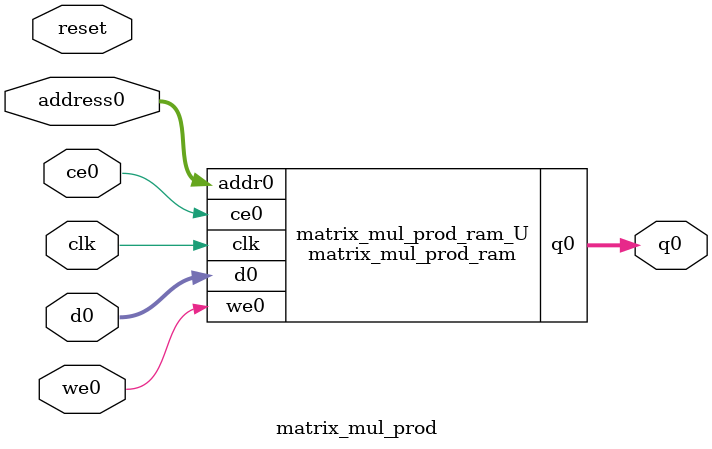
<source format=v>
`timescale 1 ns / 1 ps
module matrix_mul_prod_ram (addr0, ce0, d0, we0, q0,  clk);

parameter DWIDTH = 32;
parameter AWIDTH = 6;
parameter MEM_SIZE = 64;

input[AWIDTH-1:0] addr0;
input ce0;
input[DWIDTH-1:0] d0;
input we0;
output reg[DWIDTH-1:0] q0;
input clk;

(* ram_style = "block" *)reg [DWIDTH-1:0] ram[0:MEM_SIZE-1];




always @(posedge clk)  
begin 
    if (ce0) begin
        if (we0) 
            ram[addr0] <= d0; 
        q0 <= ram[addr0];
    end
end


endmodule

`timescale 1 ns / 1 ps
module matrix_mul_prod(
    reset,
    clk,
    address0,
    ce0,
    we0,
    d0,
    q0);

parameter DataWidth = 32'd32;
parameter AddressRange = 32'd64;
parameter AddressWidth = 32'd6;
input reset;
input clk;
input[AddressWidth - 1:0] address0;
input ce0;
input we0;
input[DataWidth - 1:0] d0;
output[DataWidth - 1:0] q0;



matrix_mul_prod_ram matrix_mul_prod_ram_U(
    .clk( clk ),
    .addr0( address0 ),
    .ce0( ce0 ),
    .we0( we0 ),
    .d0( d0 ),
    .q0( q0 ));

endmodule


</source>
